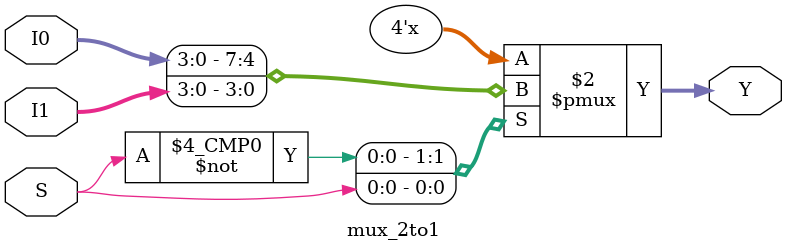
<source format=v>
`timescale 1ns / 1ps


module mux_2to1(I0, I1, S, Y);
inout [3:0] I0, I1;
input S;
output [3:0] Y;
reg [3:0] Y;

always @(*) begin
case (S)
1'b0 : Y = I0;
1'b1 : Y = I1;
endcase
end
endmodule
</source>
